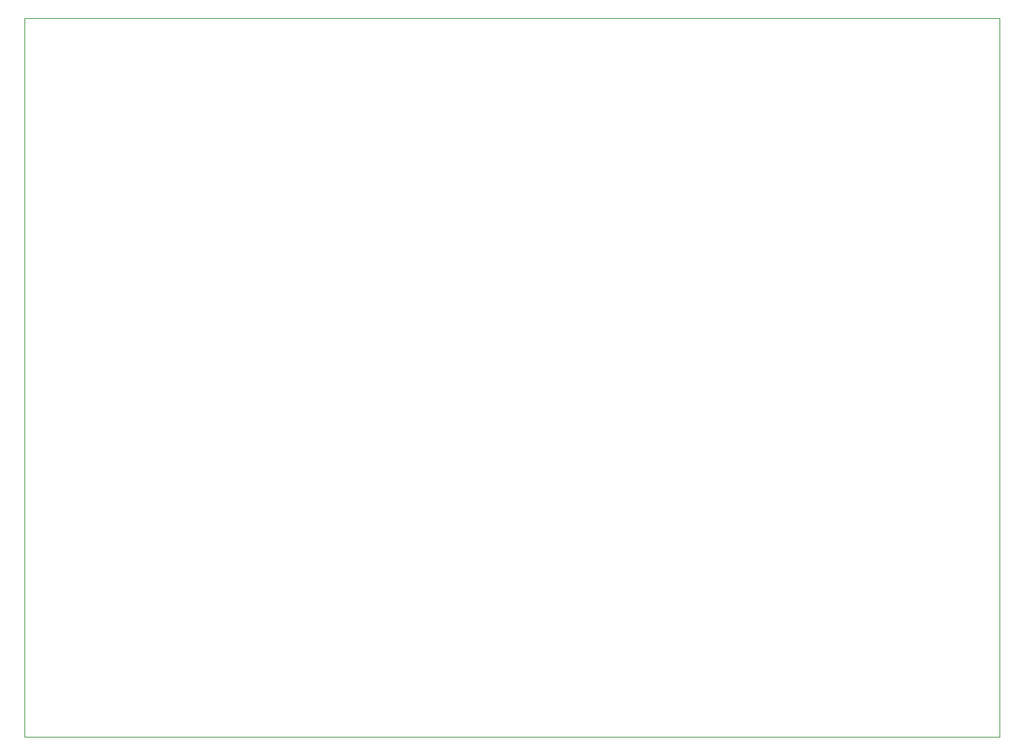
<source format=gbr>
G04 #@! TF.FileFunction,Profile,NP*
%FSLAX46Y46*%
G04 Gerber Fmt 4.6, Leading zero omitted, Abs format (unit mm)*
G04 Created by KiCad (PCBNEW 4.0.2-stable) date 17/08/2016 20:10:52*
%MOMM*%
G01*
G04 APERTURE LIST*
%ADD10C,0.100000*%
G04 APERTURE END LIST*
D10*
X158000000Y-13000000D02*
X158000000Y-100000000D01*
X40000000Y-13000000D02*
X158000000Y-13000000D01*
X40000000Y-100000000D02*
X158000000Y-100000000D01*
X40000000Y-100000000D02*
X40000000Y-13000000D01*
M02*

</source>
